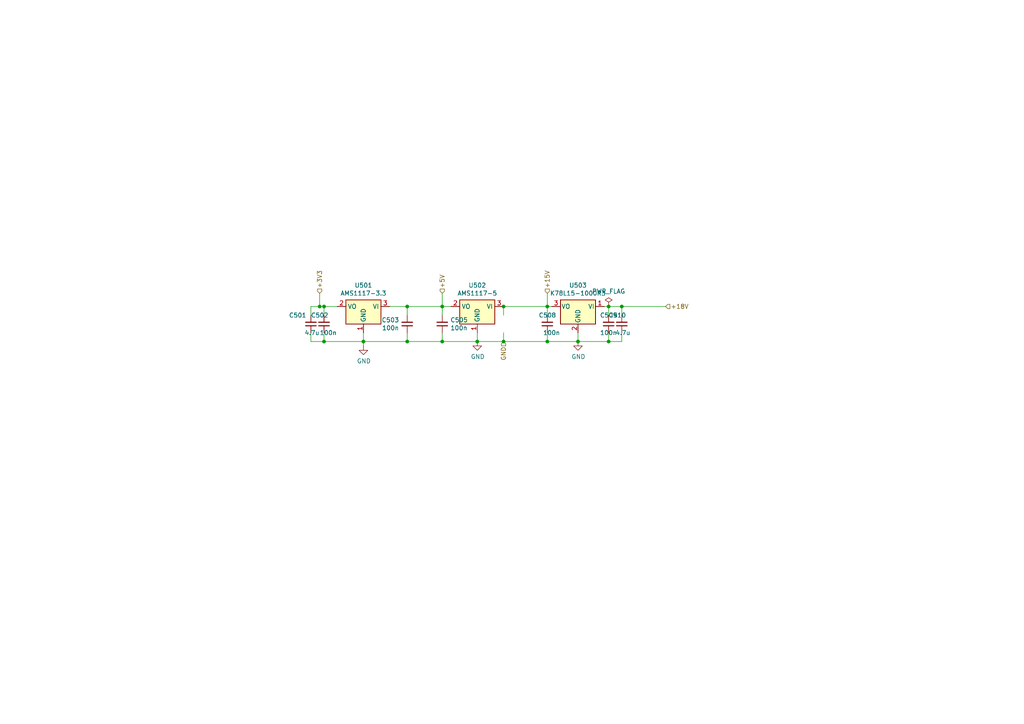
<source format=kicad_sch>
(kicad_sch (version 20250114) (generator "eeschema") (generator_version "9.0")
  (paper "A4")
  (lib_symbols
    (symbol "Controle-rescue:GND-power" (power) (pin_names (offset 0))
      (property "Value" "power_GND" (at 0 -3.81 0))
      (symbol "GND-power_0_1"
        (polyline (pts (xy 0 0) (xy 0 -1.27) (xy 1.27 -1.27) (xy 0 -2.54) (xy -1.27 -1.27) (xy 0 -1.27)))
      )
      (symbol "GND-power_1_1"
        (pin power_in line (at 0 0 270) (length 0) (hide yes) (name "GND") (number "1"))
      )
    )
    (symbol "Controle-rescue:PWR_FLAG-power" (power) (pin_numbers (hide yes)) (pin_names (offset 0) (hide yes))
      (property "Value" "power_PWR_FLAG" (at 0 3.81 0))
      (symbol "PWR_FLAG-power_0_0"
        (pin power_out line (at 0 0 90) (length 0) (name "pwr") (number "1"))
      )
      (symbol "PWR_FLAG-power_0_1"
        (polyline (pts (xy 0 0) (xy 0 1.27) (xy -1.016 1.905) (xy 0 2.54) (xy 1.016 1.905) (xy 0 1.27)))
      )
    )
    (symbol "Device:C_Small" (pin_numbers (hide yes)) (pin_names (offset 0.254) (hide yes))
      (property "Reference" "C" (at 0.254 1.778 0))
      (property "Value" "C_Small" (at 0.254 -2.032 0))
      (symbol "C_Small_0_1"
        (polyline (pts (xy -1.524 0.508) (xy 1.524 0.508)) (stroke (width 0.3048)))
        (polyline (pts (xy -1.524 -0.508) (xy 1.524 -0.508)) (stroke (width 0.3302)))
      )
      (symbol "C_Small_1_1"
        (pin passive line (at 0 2.54 270) (length 2.032) (name "~") (number "1"))
        (pin passive line (at 0 -2.54 90) (length 2.032) (name "~") (number "2"))
      )
    )
    (symbol "Regulator_Linear:AP1117-15"
      (property "Reference" "U" (at -3.81 3.175 0))
      (property "Value" "AP1117-15" (at 0 3.175 0))
      (symbol "AP1117-15_0_1"
        (rectangle (start -5.08 -5.08) (end 5.08 1.905) (stroke (width 0.254)) (fill (type background)))
      )
      (symbol "AP1117-15_1_1"
        (pin power_in line (at -7.62 0 0) (length 2.54) (name "VI") (number "3"))
        (pin power_in line (at 0 -7.62 90) (length 2.54) (name "GND") (number "1"))
        (pin power_out line (at 7.62 0 180) (length 2.54) (name "VO") (number "2"))
      )
    )
    (symbol "Regulator_Linear:LM7805_TO220" (pin_names (offset 0.254))
      (property "Reference" "U" (at -3.81 3.175 0))
      (property "Value" "LM7805_TO220" (at 0 3.175 0))
      (symbol "LM7805_TO220_0_1"
        (rectangle (start -5.08 1.905) (end 5.08 -5.08) (stroke (width 0.254)) (fill (type background)))
      )
      (symbol "LM7805_TO220_1_1"
        (pin power_in line (at -7.62 0 0) (length 2.54) (name "VI") (number "1"))
        (pin power_in line (at 0 -7.62 90) (length 2.54) (name "GND") (number "2"))
        (pin power_out line (at 7.62 0 180) (length 2.54) (name "VO") (number "3"))
      )
    )
  )
  (junction (at 176.53 99.06))
  (junction (at 93.98 99.06))
  (junction (at 158.75 99.06))
  (junction (at 92.71 88.9))
  (junction (at 105.41 99.06))
  (junction (at 118.11 88.9))
  (junction (at 146.05 88.9))
  (junction (at 180.34 88.9))
  (junction (at 158.75 88.9))
  (junction (at 176.53 88.9))
  (junction (at 118.11 99.06))
  (junction (at 128.27 99.06))
  (junction (at 138.43 99.06))
  (junction (at 146.05 99.06))
  (junction (at 167.64 99.06))
  (junction (at 128.27 88.9))
  (junction (at 93.98 88.9))
  (wire (pts (xy 90.17 99.06) (xy 93.98 99.06)))
  (wire (pts (xy 146.05 99.06) (xy 138.43 99.06)))
  (wire (pts (xy 118.11 99.06) (xy 128.27 99.06)))
  (wire (pts (xy 92.71 85.09) (xy 92.71 88.9)))
  (wire (pts (xy 118.11 91.44) (xy 118.11 88.9)))
  (wire (pts (xy 176.53 96.52) (xy 176.53 99.06)))
  (wire (pts (xy 93.98 91.44) (xy 93.98 88.9)))
  (wire (pts (xy 158.75 88.9) (xy 160.02 88.9)))
  (wire (pts (xy 176.53 99.06) (xy 167.64 99.06)))
  (wire (pts (xy 128.27 96.52) (xy 128.27 99.06)))
  (wire (pts (xy 90.17 88.9) (xy 92.71 88.9)))
  (wire (pts (xy 176.53 91.44) (xy 176.53 88.9)))
  (wire (pts (xy 93.98 88.9) (xy 97.79 88.9)))
  (wire (pts (xy 113.03 88.9) (xy 118.11 88.9)))
  (wire (pts (xy 90.17 96.52) (xy 90.17 99.06)))
  (wire (pts (xy 90.17 91.44) (xy 90.17 88.9)))
  (wire (pts (xy 175.26 88.9) (xy 176.53 88.9)))
  (wire (pts (xy 146.05 96.52) (xy 146.05 99.06)))
  (wire (pts (xy 105.41 100.33) (xy 105.41 99.06)))
  (wire (pts (xy 176.53 88.9) (xy 180.34 88.9)))
  (wire (pts (xy 158.75 99.06) (xy 167.64 99.06)))
  (wire (pts (xy 158.75 91.44) (xy 158.75 88.9)))
  (wire (pts (xy 93.98 99.06) (xy 105.41 99.06)))
  (wire (pts (xy 93.98 99.06) (xy 93.98 96.52)))
  (wire (pts (xy 118.11 88.9) (xy 128.27 88.9)))
  (wire (pts (xy 180.34 88.9) (xy 193.04 88.9)))
  (wire (pts (xy 130.81 88.9) (xy 128.27 88.9)))
  (wire (pts (xy 146.05 91.44) (xy 146.05 88.9)))
  (wire (pts (xy 180.34 99.06) (xy 180.34 96.52)))
  (wire (pts (xy 180.34 91.44) (xy 180.34 88.9)))
  (wire (pts (xy 158.75 96.52) (xy 158.75 99.06)))
  (wire (pts (xy 128.27 99.06) (xy 138.43 99.06)))
  (wire (pts (xy 105.41 99.06) (xy 105.41 96.52)))
  (wire (pts (xy 92.71 88.9) (xy 93.98 88.9)))
  (wire (pts (xy 128.27 85.09) (xy 128.27 88.9)))
  (wire (pts (xy 105.41 99.06) (xy 118.11 99.06)))
  (wire (pts (xy 146.05 88.9) (xy 158.75 88.9)))
  (wire (pts (xy 146.05 99.06) (xy 158.75 99.06)))
  (wire (pts (xy 118.11 96.52) (xy 118.11 99.06)))
  (wire (pts (xy 128.27 91.44) (xy 128.27 88.9)))
  (wire (pts (xy 167.64 99.06) (xy 167.64 96.52)))
  (wire (pts (xy 176.53 99.06) (xy 180.34 99.06)))
  (wire (pts (xy 138.43 96.52) (xy 138.43 99.06)))
  (wire (pts (xy 158.75 85.09) (xy 158.75 88.9)))
  (hierarchical_label "+5V" (shape input) (at 128.27 85.09 90))
  (hierarchical_label "+15V" (shape input) (at 158.75 85.09 90))
  (hierarchical_label "GND" (shape input) (at 146.05 99.06 270))
  (hierarchical_label "+18V" (shape input) (at 193.04 88.9 0))
  (hierarchical_label "+3V3" (shape input) (at 92.71 85.09 90))
  (symbol (lib_id "Controle-rescue:GND-power") (at 167.64 99.06 0) (unit 1)
    (property "Reference" "#PWR0503" (effects (hide yes)))
    (property "Value" "GND" (at 167.767 103.4542 0))
  )
  (symbol (lib_id "Regulator_Linear:LM7805_TO220") (at 167.64 88.9 0) (mirror y) (unit 1)
    (property "Reference" "U503" (at 167.64 82.7532 0))
    (property "Value" "K78L15-1000R3" (at 167.64 85.0646 0))
    (property "Footprint" "KicadZeniteSolarLibrary18:TO-220-3_Horizontal_TabDown_SMD" (effects (hide yes)))
    (property "Datasheet" "https://www.onsemi.cn/PowerSolutions/document/MC7800-D.PDF" (effects (hide yes)))
  )
  (symbol (lib_id "Controle-rescue:PWR_FLAG-power") (at 176.53 88.9 0) (unit 1)
    (property "Reference" "#FLG0501" (effects (hide yes)))
    (property "Value" "PWR_FLAG" (at 176.53 84.5058 0))
  )
  (symbol (lib_id "Controle-rescue:GND-power") (at 138.43 99.06 0) (unit 1)
    (property "Reference" "#PWR0502" (effects (hide yes)))
    (property "Value" "GND" (at 138.557 103.4542 0))
  )
  (symbol (lib_id "Controle-rescue:GND-power") (at 105.41 100.33 0) (unit 1)
    (property "Reference" "#PWR0501" (effects (hide yes)))
    (property "Value" "GND" (at 105.537 104.7242 0))
  )
  (symbol (lib_id "Device:C_Small") (at 118.11 93.98 0) (mirror x) (unit 1)
    (property "Reference" "C503" (at 115.7732 92.8116 0) (effects (justify right)))
    (property "Value" "100n" (at 115.7732 95.123 0) (effects (justify right)))
    (property "Footprint" "Capacitor_SMD:C_0805_2012Metric_Pad1.18x1.45mm_HandSolder" (effects (hide yes)))
  )
  (symbol (lib_id "Device:C_Small") (at 176.53 93.98 180) (unit 1)
    (property "Reference" "C509" (at 173.99 91.44 0) (effects (justify right)))
    (property "Value" "100n" (at 173.99 96.52 0) (effects (justify right)))
    (property "Footprint" "Capacitor_SMD:C_0805_2012Metric_Pad1.18x1.45mm_HandSolder" (effects (hide yes)))
  )
  (symbol (lib_id "Device:C_Small") (at 128.27 93.98 180) (unit 1)
    (property "Reference" "C505" (at 130.6068 92.8116 0) (effects (justify right)))
    (property "Value" "100n" (at 130.6068 95.123 0) (effects (justify right)))
    (property "Footprint" "Capacitor_SMD:C_0805_2012Metric_Pad1.18x1.45mm_HandSolder" (effects (hide yes)))
  )
  (symbol (lib_id "Device:C_Small") (at 158.75 93.98 180) (unit 1)
    (property "Reference" "C508" (at 156.21 91.44 0) (effects (justify right)))
    (property "Value" "100n" (at 157.48 96.52 0) (effects (justify right)))
    (property "Footprint" "Capacitor_SMD:C_0805_2012Metric_Pad1.18x1.45mm_HandSolder" (effects (hide yes)))
  )
  (symbol (lib_id "Device:C_Small") (at 180.34 93.98 0) (mirror x) (unit 1)
    (property "Reference" "C510" (at 181.61 91.44 0) (effects (justify right)))
    (property "Value" "4.7u" (at 182.88 96.52 0) (effects (justify right)))
    (property "Footprint" "Capacitor_SMD:C_1206_3216Metric_Pad1.33x1.80mm_HandSolder" (effects (hide yes)))
  )
  (symbol (lib_id "Device:C_Small") (at 90.17 93.98 0) (mirror x) (unit 1)
    (property "Reference" "C501" (at 88.9 91.44 0) (effects (justify right)))
    (property "Value" "4.7u" (at 92.71 96.52 0) (effects (justify right)))
    (property "Footprint" "Capacitor_SMD:C_1206_3216Metric_Pad1.33x1.80mm_HandSolder" (effects (hide yes)))
  )
  (symbol (lib_id "Regulator_Linear:AP1117-15") (at 105.41 88.9 0) (mirror y) (unit 1)
    (property "Reference" "U501" (at 105.41 82.7532 0))
    (property "Value" "AMS1117-3.3" (at 105.41 85.0646 0))
    (property "Footprint" "Package_TO_SOT_SMD:SOT-223-3_TabPin2" (effects (hide yes)))
  )
  (symbol (lib_id "Device:C_Small") (at 93.98 93.98 180) (unit 1)
    (property "Reference" "C502" (at 90.17 91.44 0) (effects (justify right)))
    (property "Value" "100n" (at 92.71 96.52 0) (effects (justify right)))
    (property "Footprint" "Capacitor_SMD:C_0805_2012Metric_Pad1.18x1.45mm_HandSolder" (effects (hide yes)))
  )
  (symbol (lib_id "Regulator_Linear:AP1117-15") (at 138.43 88.9 0) (mirror y) (unit 1)
    (property "Reference" "U502" (at 138.43 82.7532 0))
    (property "Value" "AMS1117-5" (at 138.43 85.0646 0))
    (property "Footprint" "Package_TO_SOT_SMD:SOT-223-3_TabPin2" (effects (hide yes)))
  )
)
</source>
